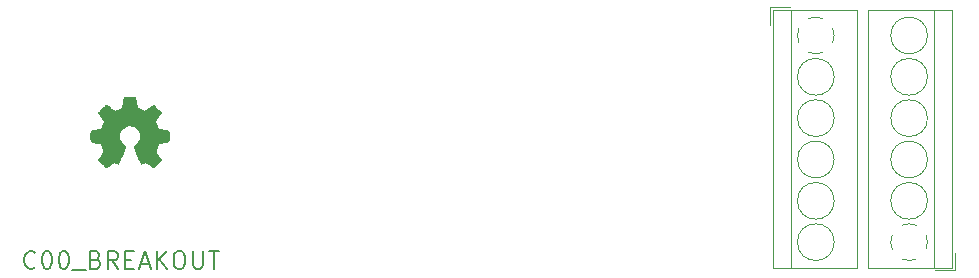
<source format=gbr>
G04 #@! TF.GenerationSoftware,KiCad,Pcbnew,5.1.5-52549c5~86~ubuntu18.04.1*
G04 #@! TF.CreationDate,2020-09-25T00:14:11-05:00*
G04 #@! TF.ProjectId,C00,4330302e-6b69-4636-9164-5f7063625858,rev?*
G04 #@! TF.SameCoordinates,Original*
G04 #@! TF.FileFunction,Legend,Top*
G04 #@! TF.FilePolarity,Positive*
%FSLAX46Y46*%
G04 Gerber Fmt 4.6, Leading zero omitted, Abs format (unit mm)*
G04 Created by KiCad (PCBNEW 5.1.5-52549c5~86~ubuntu18.04.1) date 2020-09-25 00:14:11*
%MOMM*%
%LPD*%
G04 APERTURE LIST*
%ADD10C,0.150000*%
%ADD11C,0.010000*%
%ADD12C,0.120000*%
G04 APERTURE END LIST*
D10*
X30907400Y-49913314D02*
X30835971Y-49984742D01*
X30621685Y-50056171D01*
X30478828Y-50056171D01*
X30264542Y-49984742D01*
X30121685Y-49841885D01*
X30050257Y-49699028D01*
X29978828Y-49413314D01*
X29978828Y-49199028D01*
X30050257Y-48913314D01*
X30121685Y-48770457D01*
X30264542Y-48627600D01*
X30478828Y-48556171D01*
X30621685Y-48556171D01*
X30835971Y-48627600D01*
X30907400Y-48699028D01*
X31835971Y-48556171D02*
X31978828Y-48556171D01*
X32121685Y-48627600D01*
X32193114Y-48699028D01*
X32264542Y-48841885D01*
X32335971Y-49127600D01*
X32335971Y-49484742D01*
X32264542Y-49770457D01*
X32193114Y-49913314D01*
X32121685Y-49984742D01*
X31978828Y-50056171D01*
X31835971Y-50056171D01*
X31693114Y-49984742D01*
X31621685Y-49913314D01*
X31550257Y-49770457D01*
X31478828Y-49484742D01*
X31478828Y-49127600D01*
X31550257Y-48841885D01*
X31621685Y-48699028D01*
X31693114Y-48627600D01*
X31835971Y-48556171D01*
X33264542Y-48556171D02*
X33407400Y-48556171D01*
X33550257Y-48627600D01*
X33621685Y-48699028D01*
X33693114Y-48841885D01*
X33764542Y-49127600D01*
X33764542Y-49484742D01*
X33693114Y-49770457D01*
X33621685Y-49913314D01*
X33550257Y-49984742D01*
X33407400Y-50056171D01*
X33264542Y-50056171D01*
X33121685Y-49984742D01*
X33050257Y-49913314D01*
X32978828Y-49770457D01*
X32907400Y-49484742D01*
X32907400Y-49127600D01*
X32978828Y-48841885D01*
X33050257Y-48699028D01*
X33121685Y-48627600D01*
X33264542Y-48556171D01*
X34050257Y-50199028D02*
X35193114Y-50199028D01*
X36050257Y-49270457D02*
X36264542Y-49341885D01*
X36335971Y-49413314D01*
X36407400Y-49556171D01*
X36407400Y-49770457D01*
X36335971Y-49913314D01*
X36264542Y-49984742D01*
X36121685Y-50056171D01*
X35550257Y-50056171D01*
X35550257Y-48556171D01*
X36050257Y-48556171D01*
X36193114Y-48627600D01*
X36264542Y-48699028D01*
X36335971Y-48841885D01*
X36335971Y-48984742D01*
X36264542Y-49127600D01*
X36193114Y-49199028D01*
X36050257Y-49270457D01*
X35550257Y-49270457D01*
X37907400Y-50056171D02*
X37407400Y-49341885D01*
X37050257Y-50056171D02*
X37050257Y-48556171D01*
X37621685Y-48556171D01*
X37764542Y-48627600D01*
X37835971Y-48699028D01*
X37907400Y-48841885D01*
X37907400Y-49056171D01*
X37835971Y-49199028D01*
X37764542Y-49270457D01*
X37621685Y-49341885D01*
X37050257Y-49341885D01*
X38550257Y-49270457D02*
X39050257Y-49270457D01*
X39264542Y-50056171D02*
X38550257Y-50056171D01*
X38550257Y-48556171D01*
X39264542Y-48556171D01*
X39835971Y-49627600D02*
X40550257Y-49627600D01*
X39693114Y-50056171D02*
X40193114Y-48556171D01*
X40693114Y-50056171D01*
X41193114Y-50056171D02*
X41193114Y-48556171D01*
X42050257Y-50056171D02*
X41407400Y-49199028D01*
X42050257Y-48556171D02*
X41193114Y-49413314D01*
X42978828Y-48556171D02*
X43264542Y-48556171D01*
X43407400Y-48627600D01*
X43550257Y-48770457D01*
X43621685Y-49056171D01*
X43621685Y-49556171D01*
X43550257Y-49841885D01*
X43407400Y-49984742D01*
X43264542Y-50056171D01*
X42978828Y-50056171D01*
X42835971Y-49984742D01*
X42693114Y-49841885D01*
X42621685Y-49556171D01*
X42621685Y-49056171D01*
X42693114Y-48770457D01*
X42835971Y-48627600D01*
X42978828Y-48556171D01*
X44264542Y-48556171D02*
X44264542Y-49770457D01*
X44335971Y-49913314D01*
X44407400Y-49984742D01*
X44550257Y-50056171D01*
X44835971Y-50056171D01*
X44978828Y-49984742D01*
X45050257Y-49913314D01*
X45121685Y-49770457D01*
X45121685Y-48556171D01*
X45621685Y-48556171D02*
X46478828Y-48556171D01*
X46050257Y-50056171D02*
X46050257Y-48556171D01*
D11*
G36*
X39443214Y-35975331D02*
G01*
X39527035Y-36419955D01*
X39836320Y-36547453D01*
X40145606Y-36674951D01*
X40516646Y-36422646D01*
X40620557Y-36352396D01*
X40714487Y-36289672D01*
X40794052Y-36237338D01*
X40854870Y-36198257D01*
X40892557Y-36175293D01*
X40902821Y-36170342D01*
X40921310Y-36183076D01*
X40960820Y-36218282D01*
X41016922Y-36271462D01*
X41085187Y-36338118D01*
X41161186Y-36413754D01*
X41240492Y-36493872D01*
X41318675Y-36573974D01*
X41391307Y-36649564D01*
X41453959Y-36716145D01*
X41502203Y-36769218D01*
X41531610Y-36804287D01*
X41538641Y-36816023D01*
X41528523Y-36837660D01*
X41500159Y-36885062D01*
X41456529Y-36953593D01*
X41400618Y-37038615D01*
X41335406Y-37135493D01*
X41297619Y-37190750D01*
X41228743Y-37291648D01*
X41167540Y-37382699D01*
X41116978Y-37459370D01*
X41080028Y-37517128D01*
X41059658Y-37551443D01*
X41056597Y-37558654D01*
X41063536Y-37579148D01*
X41082451Y-37626913D01*
X41110487Y-37695232D01*
X41144791Y-37777389D01*
X41182509Y-37866670D01*
X41220787Y-37956358D01*
X41256770Y-38039738D01*
X41287606Y-38110094D01*
X41310439Y-38160710D01*
X41322417Y-38184871D01*
X41323124Y-38185822D01*
X41341931Y-38190436D01*
X41392018Y-38200728D01*
X41468193Y-38215687D01*
X41565265Y-38234301D01*
X41678043Y-38255559D01*
X41743842Y-38267818D01*
X41864350Y-38290762D01*
X41973197Y-38312595D01*
X42064876Y-38332122D01*
X42133881Y-38348148D01*
X42174704Y-38359479D01*
X42182911Y-38363074D01*
X42190948Y-38387406D01*
X42197433Y-38442359D01*
X42202370Y-38521508D01*
X42205764Y-38618426D01*
X42207618Y-38726687D01*
X42207938Y-38839865D01*
X42206727Y-38951535D01*
X42203990Y-39055268D01*
X42199731Y-39144641D01*
X42193955Y-39213226D01*
X42186667Y-39254597D01*
X42182295Y-39263210D01*
X42156164Y-39273533D01*
X42100793Y-39288292D01*
X42023507Y-39305752D01*
X41931630Y-39324180D01*
X41899558Y-39330141D01*
X41744924Y-39358466D01*
X41622775Y-39381276D01*
X41529073Y-39399480D01*
X41459784Y-39413983D01*
X41410871Y-39425692D01*
X41378297Y-39435515D01*
X41358028Y-39444356D01*
X41346026Y-39453124D01*
X41344347Y-39454857D01*
X41327584Y-39482771D01*
X41302014Y-39537095D01*
X41270188Y-39611177D01*
X41234660Y-39698365D01*
X41197983Y-39792008D01*
X41162711Y-39885452D01*
X41131396Y-39972047D01*
X41106593Y-40045140D01*
X41090854Y-40098078D01*
X41086732Y-40124211D01*
X41087076Y-40125126D01*
X41101041Y-40146486D01*
X41132722Y-40193484D01*
X41178791Y-40261227D01*
X41235918Y-40344823D01*
X41300773Y-40439382D01*
X41319243Y-40466254D01*
X41385099Y-40563675D01*
X41443050Y-40652563D01*
X41489938Y-40727812D01*
X41522607Y-40784320D01*
X41537900Y-40816981D01*
X41538641Y-40820993D01*
X41525792Y-40842084D01*
X41490288Y-40883864D01*
X41436693Y-40941845D01*
X41369571Y-41011535D01*
X41293487Y-41088445D01*
X41213004Y-41168083D01*
X41132687Y-41245961D01*
X41057099Y-41317586D01*
X40990805Y-41378470D01*
X40938369Y-41424121D01*
X40904355Y-41450050D01*
X40894945Y-41454283D01*
X40873043Y-41444312D01*
X40828200Y-41417420D01*
X40767721Y-41378136D01*
X40721189Y-41346517D01*
X40636875Y-41288498D01*
X40537026Y-41220184D01*
X40436873Y-41151979D01*
X40383027Y-41115475D01*
X40200771Y-40992200D01*
X40047781Y-41074920D01*
X39978082Y-41111159D01*
X39918814Y-41139326D01*
X39878711Y-41155391D01*
X39868503Y-41157626D01*
X39856229Y-41141122D01*
X39832013Y-41094482D01*
X39797663Y-41022009D01*
X39754988Y-40928006D01*
X39705794Y-40816774D01*
X39651890Y-40692615D01*
X39595084Y-40559832D01*
X39537182Y-40422727D01*
X39479993Y-40285602D01*
X39425324Y-40152758D01*
X39374984Y-40028498D01*
X39330780Y-39917125D01*
X39294519Y-39822939D01*
X39268009Y-39750244D01*
X39253058Y-39703341D01*
X39250654Y-39687233D01*
X39269711Y-39666686D01*
X39311436Y-39633333D01*
X39367106Y-39594102D01*
X39371778Y-39590999D01*
X39515664Y-39475823D01*
X39631683Y-39341453D01*
X39718830Y-39192184D01*
X39776099Y-39032313D01*
X39802486Y-38866137D01*
X39796985Y-38697952D01*
X39758590Y-38532055D01*
X39686295Y-38372742D01*
X39665026Y-38337887D01*
X39554396Y-38197137D01*
X39423702Y-38084114D01*
X39277464Y-37999403D01*
X39120208Y-37943594D01*
X38956457Y-37917274D01*
X38790733Y-37921030D01*
X38627562Y-37955450D01*
X38471465Y-38021123D01*
X38326967Y-38118635D01*
X38282269Y-38158213D01*
X38168512Y-38282103D01*
X38085618Y-38412524D01*
X38028756Y-38558715D01*
X37997087Y-38703488D01*
X37989269Y-38866260D01*
X38015338Y-39029840D01*
X38072645Y-39188698D01*
X38158544Y-39337306D01*
X38270386Y-39470135D01*
X38405523Y-39581656D01*
X38423283Y-39593411D01*
X38479550Y-39631908D01*
X38522323Y-39665263D01*
X38542772Y-39686560D01*
X38543069Y-39687233D01*
X38538679Y-39710271D01*
X38521276Y-39762557D01*
X38492668Y-39839790D01*
X38454665Y-39937668D01*
X38409074Y-40051891D01*
X38357703Y-40178158D01*
X38302362Y-40312167D01*
X38244858Y-40449618D01*
X38187001Y-40586208D01*
X38130598Y-40717637D01*
X38077458Y-40839605D01*
X38029390Y-40947809D01*
X37988201Y-41037949D01*
X37955701Y-41105723D01*
X37933697Y-41146830D01*
X37924836Y-41157626D01*
X37897760Y-41149219D01*
X37847097Y-41126672D01*
X37781583Y-41094013D01*
X37745559Y-41074920D01*
X37592568Y-40992200D01*
X37410312Y-41115475D01*
X37317275Y-41178628D01*
X37215415Y-41248127D01*
X37119962Y-41313565D01*
X37072150Y-41346517D01*
X37004905Y-41391673D01*
X36947964Y-41427457D01*
X36908754Y-41449338D01*
X36896019Y-41453963D01*
X36877483Y-41441485D01*
X36836459Y-41406652D01*
X36776925Y-41353078D01*
X36702858Y-41284383D01*
X36618235Y-41204181D01*
X36564715Y-41152686D01*
X36471081Y-41060686D01*
X36390159Y-40978399D01*
X36325223Y-40909345D01*
X36279542Y-40857044D01*
X36256389Y-40825016D01*
X36254168Y-40818516D01*
X36264476Y-40793794D01*
X36292961Y-40743805D01*
X36336463Y-40673612D01*
X36391823Y-40588275D01*
X36455880Y-40492856D01*
X36474097Y-40466254D01*
X36540473Y-40369567D01*
X36600022Y-40282517D01*
X36649416Y-40209995D01*
X36685325Y-40156893D01*
X36704419Y-40128103D01*
X36706264Y-40125126D01*
X36703505Y-40102182D01*
X36688862Y-40051736D01*
X36664887Y-39980441D01*
X36634134Y-39894947D01*
X36599156Y-39801907D01*
X36562507Y-39707974D01*
X36526739Y-39619799D01*
X36494406Y-39544034D01*
X36468062Y-39487331D01*
X36450258Y-39456343D01*
X36448993Y-39454857D01*
X36438106Y-39446001D01*
X36419718Y-39437243D01*
X36389794Y-39427677D01*
X36344297Y-39416396D01*
X36279191Y-39402493D01*
X36190439Y-39385063D01*
X36074007Y-39363198D01*
X35925858Y-39335991D01*
X35893782Y-39330141D01*
X35798714Y-39311774D01*
X35715835Y-39293805D01*
X35652470Y-39277969D01*
X35615942Y-39266000D01*
X35611044Y-39263210D01*
X35602973Y-39238472D01*
X35596413Y-39183190D01*
X35591367Y-39103789D01*
X35587841Y-39006696D01*
X35585839Y-38898338D01*
X35585364Y-38785140D01*
X35586423Y-38673528D01*
X35589018Y-38569929D01*
X35593154Y-38480768D01*
X35598837Y-38412472D01*
X35606069Y-38371466D01*
X35610429Y-38363074D01*
X35634702Y-38354608D01*
X35689974Y-38340835D01*
X35770738Y-38322950D01*
X35871488Y-38302148D01*
X35986717Y-38279623D01*
X36049498Y-38267818D01*
X36168613Y-38245551D01*
X36274835Y-38225379D01*
X36362973Y-38208315D01*
X36427834Y-38195369D01*
X36464226Y-38187555D01*
X36470216Y-38185822D01*
X36480339Y-38166290D01*
X36501738Y-38119243D01*
X36531561Y-38051403D01*
X36566955Y-37969491D01*
X36605068Y-37880228D01*
X36643047Y-37790335D01*
X36678040Y-37706535D01*
X36707194Y-37635547D01*
X36727657Y-37584094D01*
X36736577Y-37558897D01*
X36736743Y-37557796D01*
X36726631Y-37537919D01*
X36698283Y-37492177D01*
X36654677Y-37425117D01*
X36598794Y-37341284D01*
X36533613Y-37245226D01*
X36495721Y-37190050D01*
X36426675Y-37088881D01*
X36365350Y-36997030D01*
X36314737Y-36919144D01*
X36277829Y-36859869D01*
X36257618Y-36823851D01*
X36254699Y-36815777D01*
X36267247Y-36796984D01*
X36301937Y-36756857D01*
X36354337Y-36699893D01*
X36420016Y-36630585D01*
X36494544Y-36553431D01*
X36573487Y-36472925D01*
X36652417Y-36393563D01*
X36726900Y-36319840D01*
X36792506Y-36256252D01*
X36844804Y-36207294D01*
X36879361Y-36177461D01*
X36890922Y-36170342D01*
X36909746Y-36180353D01*
X36954769Y-36208478D01*
X37021613Y-36251854D01*
X37105901Y-36307618D01*
X37203256Y-36372906D01*
X37276693Y-36422646D01*
X37647733Y-36674951D01*
X38266305Y-36419955D01*
X38350125Y-35975331D01*
X38433946Y-35530707D01*
X39359394Y-35530707D01*
X39443214Y-35975331D01*
G37*
X39443214Y-35975331D02*
X39527035Y-36419955D01*
X39836320Y-36547453D01*
X40145606Y-36674951D01*
X40516646Y-36422646D01*
X40620557Y-36352396D01*
X40714487Y-36289672D01*
X40794052Y-36237338D01*
X40854870Y-36198257D01*
X40892557Y-36175293D01*
X40902821Y-36170342D01*
X40921310Y-36183076D01*
X40960820Y-36218282D01*
X41016922Y-36271462D01*
X41085187Y-36338118D01*
X41161186Y-36413754D01*
X41240492Y-36493872D01*
X41318675Y-36573974D01*
X41391307Y-36649564D01*
X41453959Y-36716145D01*
X41502203Y-36769218D01*
X41531610Y-36804287D01*
X41538641Y-36816023D01*
X41528523Y-36837660D01*
X41500159Y-36885062D01*
X41456529Y-36953593D01*
X41400618Y-37038615D01*
X41335406Y-37135493D01*
X41297619Y-37190750D01*
X41228743Y-37291648D01*
X41167540Y-37382699D01*
X41116978Y-37459370D01*
X41080028Y-37517128D01*
X41059658Y-37551443D01*
X41056597Y-37558654D01*
X41063536Y-37579148D01*
X41082451Y-37626913D01*
X41110487Y-37695232D01*
X41144791Y-37777389D01*
X41182509Y-37866670D01*
X41220787Y-37956358D01*
X41256770Y-38039738D01*
X41287606Y-38110094D01*
X41310439Y-38160710D01*
X41322417Y-38184871D01*
X41323124Y-38185822D01*
X41341931Y-38190436D01*
X41392018Y-38200728D01*
X41468193Y-38215687D01*
X41565265Y-38234301D01*
X41678043Y-38255559D01*
X41743842Y-38267818D01*
X41864350Y-38290762D01*
X41973197Y-38312595D01*
X42064876Y-38332122D01*
X42133881Y-38348148D01*
X42174704Y-38359479D01*
X42182911Y-38363074D01*
X42190948Y-38387406D01*
X42197433Y-38442359D01*
X42202370Y-38521508D01*
X42205764Y-38618426D01*
X42207618Y-38726687D01*
X42207938Y-38839865D01*
X42206727Y-38951535D01*
X42203990Y-39055268D01*
X42199731Y-39144641D01*
X42193955Y-39213226D01*
X42186667Y-39254597D01*
X42182295Y-39263210D01*
X42156164Y-39273533D01*
X42100793Y-39288292D01*
X42023507Y-39305752D01*
X41931630Y-39324180D01*
X41899558Y-39330141D01*
X41744924Y-39358466D01*
X41622775Y-39381276D01*
X41529073Y-39399480D01*
X41459784Y-39413983D01*
X41410871Y-39425692D01*
X41378297Y-39435515D01*
X41358028Y-39444356D01*
X41346026Y-39453124D01*
X41344347Y-39454857D01*
X41327584Y-39482771D01*
X41302014Y-39537095D01*
X41270188Y-39611177D01*
X41234660Y-39698365D01*
X41197983Y-39792008D01*
X41162711Y-39885452D01*
X41131396Y-39972047D01*
X41106593Y-40045140D01*
X41090854Y-40098078D01*
X41086732Y-40124211D01*
X41087076Y-40125126D01*
X41101041Y-40146486D01*
X41132722Y-40193484D01*
X41178791Y-40261227D01*
X41235918Y-40344823D01*
X41300773Y-40439382D01*
X41319243Y-40466254D01*
X41385099Y-40563675D01*
X41443050Y-40652563D01*
X41489938Y-40727812D01*
X41522607Y-40784320D01*
X41537900Y-40816981D01*
X41538641Y-40820993D01*
X41525792Y-40842084D01*
X41490288Y-40883864D01*
X41436693Y-40941845D01*
X41369571Y-41011535D01*
X41293487Y-41088445D01*
X41213004Y-41168083D01*
X41132687Y-41245961D01*
X41057099Y-41317586D01*
X40990805Y-41378470D01*
X40938369Y-41424121D01*
X40904355Y-41450050D01*
X40894945Y-41454283D01*
X40873043Y-41444312D01*
X40828200Y-41417420D01*
X40767721Y-41378136D01*
X40721189Y-41346517D01*
X40636875Y-41288498D01*
X40537026Y-41220184D01*
X40436873Y-41151979D01*
X40383027Y-41115475D01*
X40200771Y-40992200D01*
X40047781Y-41074920D01*
X39978082Y-41111159D01*
X39918814Y-41139326D01*
X39878711Y-41155391D01*
X39868503Y-41157626D01*
X39856229Y-41141122D01*
X39832013Y-41094482D01*
X39797663Y-41022009D01*
X39754988Y-40928006D01*
X39705794Y-40816774D01*
X39651890Y-40692615D01*
X39595084Y-40559832D01*
X39537182Y-40422727D01*
X39479993Y-40285602D01*
X39425324Y-40152758D01*
X39374984Y-40028498D01*
X39330780Y-39917125D01*
X39294519Y-39822939D01*
X39268009Y-39750244D01*
X39253058Y-39703341D01*
X39250654Y-39687233D01*
X39269711Y-39666686D01*
X39311436Y-39633333D01*
X39367106Y-39594102D01*
X39371778Y-39590999D01*
X39515664Y-39475823D01*
X39631683Y-39341453D01*
X39718830Y-39192184D01*
X39776099Y-39032313D01*
X39802486Y-38866137D01*
X39796985Y-38697952D01*
X39758590Y-38532055D01*
X39686295Y-38372742D01*
X39665026Y-38337887D01*
X39554396Y-38197137D01*
X39423702Y-38084114D01*
X39277464Y-37999403D01*
X39120208Y-37943594D01*
X38956457Y-37917274D01*
X38790733Y-37921030D01*
X38627562Y-37955450D01*
X38471465Y-38021123D01*
X38326967Y-38118635D01*
X38282269Y-38158213D01*
X38168512Y-38282103D01*
X38085618Y-38412524D01*
X38028756Y-38558715D01*
X37997087Y-38703488D01*
X37989269Y-38866260D01*
X38015338Y-39029840D01*
X38072645Y-39188698D01*
X38158544Y-39337306D01*
X38270386Y-39470135D01*
X38405523Y-39581656D01*
X38423283Y-39593411D01*
X38479550Y-39631908D01*
X38522323Y-39665263D01*
X38542772Y-39686560D01*
X38543069Y-39687233D01*
X38538679Y-39710271D01*
X38521276Y-39762557D01*
X38492668Y-39839790D01*
X38454665Y-39937668D01*
X38409074Y-40051891D01*
X38357703Y-40178158D01*
X38302362Y-40312167D01*
X38244858Y-40449618D01*
X38187001Y-40586208D01*
X38130598Y-40717637D01*
X38077458Y-40839605D01*
X38029390Y-40947809D01*
X37988201Y-41037949D01*
X37955701Y-41105723D01*
X37933697Y-41146830D01*
X37924836Y-41157626D01*
X37897760Y-41149219D01*
X37847097Y-41126672D01*
X37781583Y-41094013D01*
X37745559Y-41074920D01*
X37592568Y-40992200D01*
X37410312Y-41115475D01*
X37317275Y-41178628D01*
X37215415Y-41248127D01*
X37119962Y-41313565D01*
X37072150Y-41346517D01*
X37004905Y-41391673D01*
X36947964Y-41427457D01*
X36908754Y-41449338D01*
X36896019Y-41453963D01*
X36877483Y-41441485D01*
X36836459Y-41406652D01*
X36776925Y-41353078D01*
X36702858Y-41284383D01*
X36618235Y-41204181D01*
X36564715Y-41152686D01*
X36471081Y-41060686D01*
X36390159Y-40978399D01*
X36325223Y-40909345D01*
X36279542Y-40857044D01*
X36256389Y-40825016D01*
X36254168Y-40818516D01*
X36264476Y-40793794D01*
X36292961Y-40743805D01*
X36336463Y-40673612D01*
X36391823Y-40588275D01*
X36455880Y-40492856D01*
X36474097Y-40466254D01*
X36540473Y-40369567D01*
X36600022Y-40282517D01*
X36649416Y-40209995D01*
X36685325Y-40156893D01*
X36704419Y-40128103D01*
X36706264Y-40125126D01*
X36703505Y-40102182D01*
X36688862Y-40051736D01*
X36664887Y-39980441D01*
X36634134Y-39894947D01*
X36599156Y-39801907D01*
X36562507Y-39707974D01*
X36526739Y-39619799D01*
X36494406Y-39544034D01*
X36468062Y-39487331D01*
X36450258Y-39456343D01*
X36448993Y-39454857D01*
X36438106Y-39446001D01*
X36419718Y-39437243D01*
X36389794Y-39427677D01*
X36344297Y-39416396D01*
X36279191Y-39402493D01*
X36190439Y-39385063D01*
X36074007Y-39363198D01*
X35925858Y-39335991D01*
X35893782Y-39330141D01*
X35798714Y-39311774D01*
X35715835Y-39293805D01*
X35652470Y-39277969D01*
X35615942Y-39266000D01*
X35611044Y-39263210D01*
X35602973Y-39238472D01*
X35596413Y-39183190D01*
X35591367Y-39103789D01*
X35587841Y-39006696D01*
X35585839Y-38898338D01*
X35585364Y-38785140D01*
X35586423Y-38673528D01*
X35589018Y-38569929D01*
X35593154Y-38480768D01*
X35598837Y-38412472D01*
X35606069Y-38371466D01*
X35610429Y-38363074D01*
X35634702Y-38354608D01*
X35689974Y-38340835D01*
X35770738Y-38322950D01*
X35871488Y-38302148D01*
X35986717Y-38279623D01*
X36049498Y-38267818D01*
X36168613Y-38245551D01*
X36274835Y-38225379D01*
X36362973Y-38208315D01*
X36427834Y-38195369D01*
X36464226Y-38187555D01*
X36470216Y-38185822D01*
X36480339Y-38166290D01*
X36501738Y-38119243D01*
X36531561Y-38051403D01*
X36566955Y-37969491D01*
X36605068Y-37880228D01*
X36643047Y-37790335D01*
X36678040Y-37706535D01*
X36707194Y-37635547D01*
X36727657Y-37584094D01*
X36736577Y-37558897D01*
X36736743Y-37557796D01*
X36726631Y-37537919D01*
X36698283Y-37492177D01*
X36654677Y-37425117D01*
X36598794Y-37341284D01*
X36533613Y-37245226D01*
X36495721Y-37190050D01*
X36426675Y-37088881D01*
X36365350Y-36997030D01*
X36314737Y-36919144D01*
X36277829Y-36859869D01*
X36257618Y-36823851D01*
X36254699Y-36815777D01*
X36267247Y-36796984D01*
X36301937Y-36756857D01*
X36354337Y-36699893D01*
X36420016Y-36630585D01*
X36494544Y-36553431D01*
X36573487Y-36472925D01*
X36652417Y-36393563D01*
X36726900Y-36319840D01*
X36792506Y-36256252D01*
X36844804Y-36207294D01*
X36879361Y-36177461D01*
X36890922Y-36170342D01*
X36909746Y-36180353D01*
X36954769Y-36208478D01*
X37021613Y-36251854D01*
X37105901Y-36307618D01*
X37203256Y-36372906D01*
X37276693Y-36422646D01*
X37647733Y-36674951D01*
X38266305Y-36419955D01*
X38350125Y-35975331D01*
X38433946Y-35530707D01*
X39359394Y-35530707D01*
X39443214Y-35975331D01*
D12*
X93100000Y-27900000D02*
X93100000Y-29400000D01*
X94840000Y-27900000D02*
X93100000Y-27900000D01*
X100460000Y-49960000D02*
X93340000Y-49960000D01*
X100460000Y-28140000D02*
X93340000Y-28140000D01*
X93340000Y-28140000D02*
X93340000Y-49960000D01*
X100460000Y-28140000D02*
X100460000Y-49960000D01*
X94900000Y-28140000D02*
X94900000Y-49960000D01*
X98555000Y-47800000D02*
G75*
G03X98555000Y-47800000I-1555000J0D01*
G01*
X98555000Y-44300000D02*
G75*
G03X98555000Y-44300000I-1555000J0D01*
G01*
X98555000Y-40800000D02*
G75*
G03X98555000Y-40800000I-1555000J0D01*
G01*
X98555000Y-37300000D02*
G75*
G03X98555000Y-37300000I-1555000J0D01*
G01*
X98555000Y-33800000D02*
G75*
G03X98555000Y-33800000I-1555000J0D01*
G01*
X95444508Y-30327011D02*
G75*
G02X95568000Y-29692000I1555492J27011D01*
G01*
X96392258Y-28867891D02*
G75*
G02X97608000Y-28868000I607742J-1432109D01*
G01*
X98432109Y-29692258D02*
G75*
G02X98432000Y-30908000I-1432109J-607742D01*
G01*
X97607742Y-31732109D02*
G75*
G02X96392000Y-31732000I-607742J1432109D01*
G01*
X95568615Y-30907587D02*
G75*
G02X95445000Y-30300000I1431385J607587D01*
G01*
X108800000Y-50200000D02*
X108800000Y-48700000D01*
X107060000Y-50200000D02*
X108800000Y-50200000D01*
X101440000Y-28140000D02*
X108560000Y-28140000D01*
X101440000Y-49960000D02*
X108560000Y-49960000D01*
X108560000Y-49960000D02*
X108560000Y-28140000D01*
X101440000Y-49960000D02*
X101440000Y-28140000D01*
X107000000Y-49960000D02*
X107000000Y-28140000D01*
X106455000Y-30300000D02*
G75*
G03X106455000Y-30300000I-1555000J0D01*
G01*
X106455000Y-33800000D02*
G75*
G03X106455000Y-33800000I-1555000J0D01*
G01*
X106455000Y-37300000D02*
G75*
G03X106455000Y-37300000I-1555000J0D01*
G01*
X106455000Y-40800000D02*
G75*
G03X106455000Y-40800000I-1555000J0D01*
G01*
X106455000Y-44300000D02*
G75*
G03X106455000Y-44300000I-1555000J0D01*
G01*
X106455492Y-47772989D02*
G75*
G02X106332000Y-48408000I-1555492J-27011D01*
G01*
X105507742Y-49232109D02*
G75*
G02X104292000Y-49232000I-607742J1432109D01*
G01*
X103467891Y-48407742D02*
G75*
G02X103468000Y-47192000I1432109J607742D01*
G01*
X104292258Y-46367891D02*
G75*
G02X105508000Y-46368000I607742J-1432109D01*
G01*
X106331385Y-47192413D02*
G75*
G02X106455000Y-47800000I-1431385J-607587D01*
G01*
M02*

</source>
